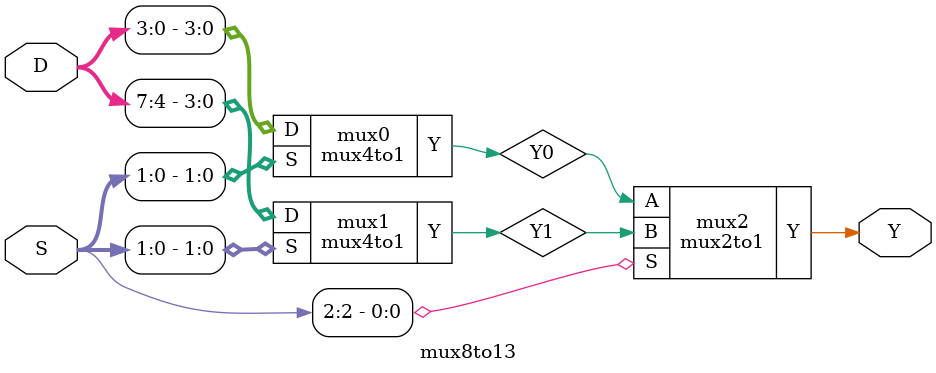
<source format=v>
module mux2to1 (
    input A, B,  // 2 data inputs
    input S,    // 1 select input
    output Y    // 1 output
);
    assign Y = S ? B : A;
endmodule
module mux4to1 (
    input [3:0] D,  // 4 data inputs
    input [1:0] S,  // 2 select inputs
    output Y       // 1 output
);
    wire Y0, Y1;
    mux2to1 mux0 (.A(D[0]), .B(D[1]), .S(S[0]), .Y(Y0));
    mux2to1 mux1 (.A(D[2]), .B(D[3]), .S(S[0]), .Y(Y1));
    mux2to1 mux2 (.A(Y0), .B(Y1), .S(S[1]), .Y(Y));
endmodule
module mux8to13 (
    input [7:0] D,  // 8 data inputs
    input [2:0] S,  // 3 select inputs
    output Y       // 1 output
);
    wire Y0, Y1;

    mux4to1 mux0 (.D(D[3:0]), .S(S[1:0]), .Y(Y0));
    mux4to1 mux1 (.D(D[7:4]), .S(S[1:0]), .Y(Y1));
    mux2to1 mux2 (.A(Y0), .B(Y1), .S(S[2]), .Y(Y));
endmodule

</source>
